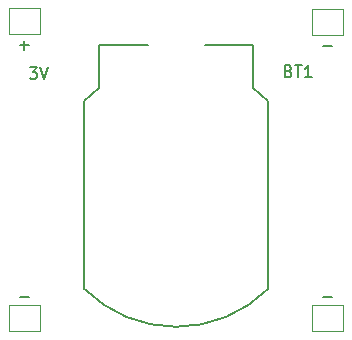
<source format=gbr>
%TF.GenerationSoftware,KiCad,Pcbnew,(6.0.4)*%
%TF.CreationDate,2022-05-21T11:19:22+01:00*%
%TF.ProjectId,Saft 40LF220 - Rev B,53616674-2034-4304-9c46-323230202d20,rev?*%
%TF.SameCoordinates,Original*%
%TF.FileFunction,Legend,Top*%
%TF.FilePolarity,Positive*%
%FSLAX46Y46*%
G04 Gerber Fmt 4.6, Leading zero omitted, Abs format (unit mm)*
G04 Created by KiCad (PCBNEW (6.0.4)) date 2022-05-21 11:19:22*
%MOMM*%
%LPD*%
G01*
G04 APERTURE LIST*
%ADD10C,0.150000*%
%ADD11C,0.127000*%
%ADD12C,0.120000*%
G04 APERTURE END LIST*
D10*
X122088095Y-57552380D02*
X122707142Y-57552380D01*
X122373809Y-57933333D01*
X122516666Y-57933333D01*
X122611904Y-57980952D01*
X122659523Y-58028571D01*
X122707142Y-58123809D01*
X122707142Y-58361904D01*
X122659523Y-58457142D01*
X122611904Y-58504761D01*
X122516666Y-58552380D01*
X122230952Y-58552380D01*
X122135714Y-58504761D01*
X122088095Y-58457142D01*
X122992857Y-57552380D02*
X123326190Y-58552380D01*
X123659523Y-57552380D01*
%TO.C,BT1*%
X144014285Y-57878571D02*
X144157142Y-57926190D01*
X144204761Y-57973809D01*
X144252380Y-58069047D01*
X144252380Y-58211904D01*
X144204761Y-58307142D01*
X144157142Y-58354761D01*
X144061904Y-58402380D01*
X143680952Y-58402380D01*
X143680952Y-57402380D01*
X144014285Y-57402380D01*
X144109523Y-57450000D01*
X144157142Y-57497619D01*
X144204761Y-57592857D01*
X144204761Y-57688095D01*
X144157142Y-57783333D01*
X144109523Y-57830952D01*
X144014285Y-57878571D01*
X143680952Y-57878571D01*
X144538095Y-57402380D02*
X145109523Y-57402380D01*
X144823809Y-58402380D02*
X144823809Y-57402380D01*
X145966666Y-58402380D02*
X145395238Y-58402380D01*
X145680952Y-58402380D02*
X145680952Y-57402380D01*
X145585714Y-57545238D01*
X145490476Y-57640476D01*
X145395238Y-57688095D01*
%TO.C,-*%
X146919047Y-55721428D02*
X147680952Y-55721428D01*
X146919047Y-76971428D02*
X147680952Y-76971428D01*
%TO.C,+*%
X121269047Y-55671428D02*
X122030952Y-55671428D01*
X121650000Y-56052380D02*
X121650000Y-55290476D01*
%TO.C,-*%
X121269047Y-76971428D02*
X122030952Y-76971428D01*
D11*
%TO.C,BT1*%
X141000000Y-55710000D02*
X141000000Y-59290000D01*
X128000000Y-59290000D02*
X128000000Y-55710000D01*
X128000000Y-55710000D02*
X132100000Y-55710000D01*
X126700000Y-76290000D02*
X126700000Y-60410000D01*
X126700000Y-60410000D02*
X128000000Y-59290000D01*
X141000000Y-59290000D02*
X142300000Y-60410000D01*
X136900000Y-55710000D02*
X141000000Y-55710000D01*
X142300000Y-60410000D02*
X142300000Y-76290000D01*
X126700000Y-76300000D02*
G75*
G03*
X142300000Y-76300000I7800000J7799999D01*
G01*
D12*
%TO.C,-*%
X146000000Y-54300000D02*
X146000000Y-54800000D01*
X146000000Y-52600000D02*
X146000000Y-54300000D01*
X146000000Y-54800000D02*
X148600000Y-54800000D01*
X148600000Y-52600000D02*
X146000000Y-52600000D01*
X148600000Y-54800000D02*
X148600000Y-52600000D01*
X148600000Y-77700000D02*
X146000000Y-77700000D01*
X148600000Y-79900000D02*
X148600000Y-77700000D01*
X146000000Y-79900000D02*
X148600000Y-79900000D01*
X146000000Y-77700000D02*
X146000000Y-79400000D01*
X146000000Y-79400000D02*
X146000000Y-79900000D01*
%TO.C,+*%
X122950000Y-54750000D02*
X122950000Y-52550000D01*
X122950000Y-52550000D02*
X120350000Y-52550000D01*
X120350000Y-54250000D02*
X120350000Y-54750000D01*
X120350000Y-54750000D02*
X122950000Y-54750000D01*
X120350000Y-52550000D02*
X120350000Y-54250000D01*
%TO.C,-*%
X122950000Y-77700000D02*
X120350000Y-77700000D01*
X120350000Y-79900000D02*
X122950000Y-79900000D01*
X122950000Y-79900000D02*
X122950000Y-77700000D01*
X120350000Y-77700000D02*
X120350000Y-79400000D01*
X120350000Y-79400000D02*
X120350000Y-79900000D01*
%TD*%
M02*

</source>
